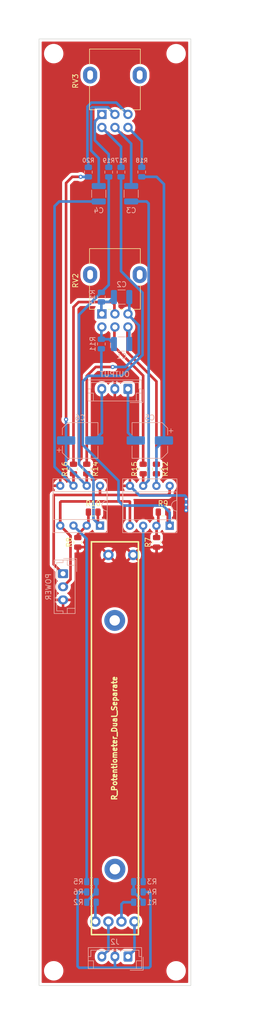
<source format=kicad_pcb>
(kicad_pcb (version 20211014) (generator pcbnew)
  (layers (0 "F.Cu" signal) (31 "B.Cu" signal) (34 "B.Paste" user) (35 "F.Paste" user) (36 "B.SilkS" user "B.Silkscreen") (37 "F.SilkS" user "F.Silkscreen") (38 "B.Mask" user) (39 "F.Mask" user) (44 "Edge.Cuts" user))
  (net 0 "")
  (net 1 "Net-(C1-Pad1)")
  (net 2 "Net-(C1-Pad2)")
  (net 3 "Net-(C2-Pad1)")
  (net 4 "Net-(C2-Pad2)")
  (net 5 "Net-(C3-Pad1)")
  (net 6 "Net-(C3-Pad2)")
  (net 7 "Net-(C4-Pad1)")
  (net 8 "Net-(C4-Pad2)")
  (net 9 "Net-(C5-Pad1)")
  (net 10 "R_OUTPUT")
  (net 11 "Net-(C6-Pad1)")
  (net 12 "L_OUTPUT")
  (net 13 "GND")
  (net 14 "R_INPUT")
  (net 15 "L_INPUT")
  (net 16 "VCC")
  (net 17 "VEE")
  (net 18 "Net-(R1-Pad1)")
  (net 19 "Net-(R1-Pad2)")
  (net 20 "Net-(R2-Pad1)")
  (net 21 "Net-(R2-Pad2)")
  (net 22 "Net-(R3-Pad2)")
  (net 23 "Net-(R5-Pad2)")
  (net 24 "Net-(R7-Pad2)")
  (net 25 "Net-(R10-Pad2)")
  (net 26 "Net-(R11-Pad2)")
  (net 27 "Net-(R10-Pad1)")
  (net 28 "Net-(R15-Pad2)")
  (net 29 "Net-(R16-Pad2)")
  (net 30 "Net-(R17-Pad1)")
  (net 31 "Net-(R18-Pad2)")
  (net 32 "Net-(R19-Pad1)")
  (net 33 "Net-(R20-Pad2)")
  (footprint "Resistor_SMD:R_0805_2012Metric" (layer "F.Cu") (at 111.01 110.432062 90)
    (fp_text reference "R7" (at 0 -1.65 90) (layer "F.SilkS"))
    (fp_text value "10K")
    (fp_line (start -0.227064 0.735) (end 0.227064 0.735) (layer "F.SilkS") (width 0.12))
    (fp_line (start -0.227064 -0.735) (end 0.227064 -0.735) (layer "F.SilkS") (width 0.12))
    (pad "1" smd roundrect locked (at -0.9125 0 90) (size 1.025 1.4) (layers "F.Cu" "F.Paste" "F.Mask") (roundrect_rratio 0.243902) (net 13 "GND"))
    (pad "2" smd roundrect locked (at 0.9125 0 90) (size 1.025 1.4) (layers "F.Cu" "F.Paste" "F.Mask") (roundrect_rratio 0.243902) (net 24 "Net-(R7-Pad2)"))
  )
  (footprint "MountingHole:MountingHole_2.7mm_M2.5" (layer "F.Cu") (at 114.75 192.25)
    (fp_text reference "REF**" hide)
    (fp_text value "MountingHole_2.7mm_M2.5")
    (pad "" np_thru_hole circle locked (at 0 0) (size 2.7 2.7) (drill 2.7) (layers *.Cu *.Mask))
  )
  (footprint "MountingHole:MountingHole_2.7mm_M2.5" (layer "F.Cu") (at 91.3 192.24)
    (fp_text reference "REF**" hide)
    (fp_text value "MountingHole_2.7mm_M2.5")
    (pad "" np_thru_hole circle locked (at 0 0) (size 2.7 2.7) (drill 2.7) (layers *.Cu *.Mask))
  )
  (footprint "MountingHole:MountingHole_2.7mm_M2.5" (layer "F.Cu") (at 91.3 17.12)
    (fp_text reference "REF**" hide)
    (fp_text value "MountingHole_2.7mm_M2.5")
    (pad "" np_thru_hole circle locked (at 0 0) (size 2.7 2.7) (drill 2.7) (layers *.Cu *.Mask))
  )
  (footprint "Resistor_SMD:R_0805_2012Metric" (layer "F.Cu") (at 95.09 96.43 90)
    (fp_text reference "R16" (at 0 -1.65 90) (layer "F.SilkS"))
    (fp_text value "22K")
    (fp_line (start -0.227064 -0.735) (end 0.227064 -0.735) (layer "F.SilkS") (width 0.12))
    (fp_line (start -0.227064 0.735) (end 0.227064 0.735) (layer "F.SilkS") (width 0.12))
    (pad "1" smd roundrect locked (at -0.9125 0 90) (size 1.025 1.4) (layers "F.Cu" "F.Paste" "F.Mask") (roundrect_rratio 0.243902) (net 7 "Net-(C4-Pad1)"))
    (pad "2" smd roundrect locked (at 0.9125 0 90) (size 1.025 1.4) (layers "F.Cu" "F.Paste" "F.Mask") (roundrect_rratio 0.243902) (net 29 "Net-(R16-Pad2)"))
  )
  (footprint "Resistor_SMD:R_0805_2012Metric" (layer "F.Cu") (at 98.86 104.66 180)
    (fp_text reference "R10" (at 0 1.65) (layer "F.SilkS"))
    (fp_text value "10K")
    (fp_line (start -0.227064 0.735) (end 0.227064 0.735) (layer "F.SilkS") (width 0.12))
    (fp_line (start -0.227064 -0.735) (end 0.227064 -0.735) (layer "F.SilkS") (width 0.12))
    (pad "1" smd roundrect locked (at -0.9125 0 180) (size 1.025 1.4) (layers "F.Cu" "F.Paste" "F.Mask") (roundrect_rratio 0.243902) (net 27 "Net-(R10-Pad1)"))
    (pad "2" smd roundrect locked (at 0.9125 0 180) (size 1.025 1.4) (layers "F.Cu" "F.Paste" "F.Mask") (roundrect_rratio 0.243902) (net 25 "Net-(R10-Pad2)"))
  )
  (footprint "Potentiometer_THT:Potentiometer_Alpha_RD902F-40-00D_Dual_Vertical" (layer "F.Cu") (at 100.53 66.815586 90)
    (fp_text reference "RV2" (at 6.35 -5.06 270) (layer "F.SilkS"))
    (fp_text value "R_Potentiometer_Dual_Separate")
    (fp_line (start 0.88 -1.19) (end 0.88 -2.37) (layer "F.SilkS") (width 0.12))
    (fp_line (start 12.47 7.37) (end 12.47 -2.37) (layer "F.SilkS") (width 0.12))
    (fp_line (start 0.88 4.16) (end 0.88 3.33) (layer "F.SilkS") (width 0.12))
    (fp_line (start 0.88 1.71) (end 0.88 1.18) (layer "F.SilkS") (width 0.12))
    (fp_line (start 0.88 -2.37) (end 5.6 -2.37) (layer "F.SilkS") (width 0.12))
    (fp_line (start 9.41 7.37) (end 12.47 7.37) (layer "F.SilkS") (width 0.12))
    (fp_line (start 0.88 7.37) (end 0.88 5.88) (layer "F.SilkS") (width 0.12))
    (fp_line (start 9.41 -2.37) (end 12.47 -2.37) (layer "F.SilkS") (width 0.12))
    (fp_line (start 0.88 7.37) (end 5.6 7.37) (layer "F.SilkS") (width 0.12))
    (pad "" thru_hole oval locked (at 7.5 -2.25 180) (size 2.72 3.24) (drill oval 1.1 1.8) (layers *.Cu *.Mask))
    (pad "" thru_hole oval locked (at 7.5 7.25 180) (size 2.72 3.24) (drill oval 1.1 1.8) (layers *.Cu *.Mask))
    (pad "1" thru_hole rect locked (at 0 0 180) (size 1.8 1.8) (drill 1) (layers *.Cu *.Mask) (net 3 "Net-(C2-Pad1)"))
    (pad "2" thru_hole circle locked (at 0 2.5 180) (size 1.8 1.8) (drill 1) (layers *.Cu *.Mask) (net 29 "Net-(R16-Pad2)"))
    (pad "3" thru_hole circle locked (at 0 5 180) (size 1.8 1.8) (drill 1) (layers *.Cu *.Mask) (net 4 "Net-(C2-Pad2)"))
    (pad "4" thru_hole circle locked (at -2.5 0 180) (size 1.8 1.8) (drill 1) (layers *.Cu *.Mask) (net 1 "Net-(C1-Pad1)"))
    (pad "5" thru_hole circle locked (at -2.5 2.5 180) (size 1.8 1.8) (drill 1) (layers *.Cu *.Mask) (net 28 "Net-(R15-Pad2)"))
    (pad "6" thru_hole circle locked (at -2.5 5 180) (size 1.8 1.8) (drill 1) (layers *.Cu *.Mask) (net 2 "Net-(C1-Pad2)"))
  )
  (footprint "Resistor_SMD:R_0805_2012Metric" (layer "F.Cu") (at 112.25 104.66 180)
    (fp_text reference "R9" (at 0 1.65) (layer "F.SilkS"))
    (fp_text value "10K")
    (fp_line (start -0.227064 0.735) (end 0.227064 0.735) (layer "F.SilkS") (width 0.12))
    (fp_line (start -0.227064 -0.735) (end 0.227064 -0.735) (layer "F.SilkS") (width 0.12))
    (pad "1" smd roundrect locked (at -0.9125 0 180) (size 1.025 1.4) (layers "F.Cu" "F.Paste" "F.Mask") (roundrect_rratio 0.243902) (net 26 "Net-(R11-Pad2)"))
    (pad "2" smd roundrect locked (at 0.9125 0 180) (size 1.025 1.4) (layers "F.Cu" "F.Paste" "F.Mask") (roundrect_rratio 0.243902) (net 24 "Net-(R7-Pad2)"))
  )
  (footprint "Custom Library:ALPS RS60112" (layer "F.Cu") (at 103.03 147.835692)
    (fp_text reference "RV1" hide)
    (fp_text value "R_Potentiometer_Dual_Separate" (at -0.1 0 90 unlocked) (layer "F.SilkS") (effects (font (thickness 0.25))))
    (fp_rect (start -4.5 -37.5) (end 4.5 37.5) (layer "F.SilkS") (width 0.3) (fill none))
    (pad "" thru_hole circle locked (at -0.04 -22.5) (size 4 4) (drill 2) (layers *.Cu *.Mask))
    (pad "" thru_hole circle locked (at 0 25) (size 4 4) (drill 2) (layers *.Cu *.Mask))
    (pad "1" thru_hole circle locked (at -1.25 35) (size 2 2) (drill 1.1) (layers *.Cu *.Mask) (net 15 "L_INPUT"))
    (pad "2" thru_hole circle locked (at -3.75 35) (size 2 2) (drill 1.1) (layers *.Cu *.Mask) (net 20 "Net-(R2-Pad1)"))
    (pad "3" thru_hole circle locked (at -1.25 -35) (size 2 2) (drill 1.1) (layers *.Cu *.Mask) (net 13 "GND"))
    (pad "4" thru_hole circle locked (at 3.75 35) (size 2 2) (drill 1.1) (layers *.Cu *.Mask) (net 14 "R_INPUT"))
    (pad "5" thru_hole circle locked (at 1.25 35) (size 2 2) (drill 1.1) (layers *.Cu *.Mask) (net 18 "Net-(R1-Pad1)"))
    (pad "6" thru_hole circle locked (at 3.5 -35) (size 2 2) (drill 1.1) (layers *.Cu *.Mask) (net 13 "GND"))
  )
  (footprint "Potentiometer_THT:Potentiometer_Alpha_RD902F-40-00D_Dual_Vertical" (layer "F.Cu") (at 100.53 28.715 90)
    (fp_text reference "RV3" (at 6.35 -5.06 270) (layer "F.SilkS"))
    (fp_text value "R_Potentiometer_Dual_Separate")
    (fp_line (start 0.88 1.71) (end 0.88 1.18) (layer "F.SilkS") (width 0.12))
    (fp_line (start 0.88 -1.19) (end 0.88 -2.37) (layer "F.SilkS") (width 0.12))
    (fp_line (start 12.47 7.37) (end 12.47 -2.37) (layer "F.SilkS") (width 0.12))
    (fp_line (start 9.41 7.37) (end 12.47 7.37) (layer "F.SilkS") (width 0.12))
    (fp_line (start 0.88 -2.37) (end 5.6 -2.37) (layer "F.SilkS") (width 0.12))
    (fp_line (start 0.88 7.37) (end 5.6 7.37) (layer "F.SilkS") (width 0.12))
    (fp_line (start 0.88 4.16) (end 0.88 3.33) (layer "F.SilkS") (width 0.12))
    (fp_line (start 9.41 -2.37) (end 12.47 -2.37) (layer "F.SilkS") (width 0.12))
    (fp_line (start 0.88 7.37) (end 0.88 5.88) (layer "F.SilkS") (width 0.12))
    (pad "" thru_hole oval locked (at 7.5 7.25 180) (size 2.72 3.24) (drill oval 1.1 1.8) (layers *.Cu *.Mask))
    (pad "" thru_hole oval locked (at 7.5 -2.25 180) (size 2.72 3.24) (drill oval 1.1 1.8) (layers *.Cu *.Mask))
    (pad "1" thru_hole rect locked (at 0 0 180) (size 1.8 1.8) (drill 1) (layers *.Cu *.Mask) (net 32 "Net-(R19-Pad1)"))
    (pad "2" thru_hole circle locked (at 0 2.5 180) (size 1.8 1.8) (drill 1) (layers *.Cu *.Mask) (net 8 "Net-(C4-Pad2)"))
    (pad "3" thru_hole circle locked (at 0 5 180) (size 1.8 1.8) (drill 1) (layers *.Cu *.Mask) (net 33 "Net-(R20-Pad2)"))
    (pad "4" thru_hole circle locked (at -2.5 0 180) (size 1.8 1.8) (drill 1) (layers *.Cu *.Mask) (net 30 "Net-(R17-Pad1)"))
    (pad "5" thru_hole circle locked (at -2.5 2.5 180) (size 1.8 1.8) (drill 1) (layers *.Cu *.Mask) (net 6 "Net-(C3-Pad2)"))
    (pad "6" thru_hole circle locked (at -2.5 5 180) (size 1.8 1.8) (drill 1) (layers *.Cu *.Mask) (net 31 "Net-(R18-Pad2)"))
  )
  (footprint "Resistor_SMD:R_0805_2012Metric" (layer "F.Cu") (at 95.912621 110.43 90)
    (fp_text reference "R8" (at 0 -1.65 90) (layer "F.SilkS"))
    (fp_text value "10K")
    (fp_line (start -0.227064 0.735) (end 0.227064 0.735) (layer "F.SilkS") (width 0.12))
    (fp_line (start -0.227064 -0.735) (end 0.227064 -0.735) (layer "F.SilkS") (width 0.12))
    (pad "1" smd roundrect locked (at -0.9125 0 90) (size 1.025 1.4) (layers "F.Cu" "F.Paste" "F.Mask") (roundrect_rratio 0.243902) (net 13 "GND"))
    (pad "2" smd roundrect locked (at 0.9125 0 90) (size 1.025 1.4) (layers "F.Cu" "F.Paste" "F.Mask") (roundrect_rratio 0.243902) (net 25 "Net-(R10-Pad2)"))
  )
  (footprint "Resistor_SMD:R_0805_2012Metric" (layer "F.Cu") (at 108.44 96.43 90)
    (fp_text reference "R15" (at 0 -1.65 90) (layer "F.SilkS"))
    (fp_text value "22K")
    (fp_line (start -0.227064 0.735) (end 0.227064 0.735) (layer "F.SilkS") (width 0.12))
    (fp_line (start -0.227064 -0.735) (end 0.227064 -0.735) (layer "F.SilkS") (width 0.12))
    (pad "1" smd roundrect locked (at -0.9125 0 90) (size 1.025 1.4) (layers "F.Cu" "F.Paste" "F.Mask") (roundrect_rratio 0.243902) (net 5 "Net-(C3-Pad1)"))
    (pad "2" smd roundrect locked (at 0.9125 0 90) (size 1.025 1.4) (layers "F.Cu" "F.Paste" "F.Mask") (roundrect_rratio 0.243902) (net 28 "Net-(R15-Pad2)"))
  )
  (footprint "MountingHole:MountingHole_2.7mm_M2.5" (layer "F.Cu") (at 114.75 17.13)
    (fp_text reference "REF**" hide)
    (fp_text value "MountingHole_2.7mm_M2.5")
    (pad "" np_thru_hole circle locked (at 0 0) (size 2.7 2.7) (drill 2.7) (layers *.Cu *.Mask))
  )
  (footprint "Resistor_SMD:R_0805_2012Metric" (layer "F.Cu") (at 110.98 96.43 90)
    (fp_text reference "R12" (at 0 1.65 90) (layer "F.SilkS"))
    (fp_text value "22K")
    (fp_line (start -0.227064 0.735) (end 0.227064 0.735) (layer "F.SilkS") (width 0.12))
    (fp_line (start -0.227064 -0.735) (end 0.227064 -0.735) (layer "F.SilkS") (width 0.12))
    (pad "1" smd roundrect locked (at -0.9125 0 90) (size 1.025 1.4) (layers "F.Cu" "F.Paste" "F.Mask") (roundrect_rratio 0.243902) (net 9 "Net-(C5-Pad1)"))
    (pad "2" smd roundrect locked (at 0.9125 0 90) (size 1.025 1.4) (layers "F.Cu" "F.Paste" "F.Mask") (roundrect_rratio 0.243902) (net 2 "Net-(C1-Pad2)"))
  )
  (footprint "Resistor_SMD:R_0805_2012Metric" (layer "F.Cu") (at 97.63 96.4275 90)
    (fp_text reference "R14" (at 0 1.64 90) (layer "F.SilkS"))
    (fp_text value "22K")
    (fp_line (start -0.227064 0.735) (end 0.227064 0.735) (layer "F.SilkS") (width 0.12))
    (fp_line (start -0.227064 -0.735) (end 0.227064 -0.735) (layer "F.SilkS") (width 0.12))
    (pad "1" smd roundrect locked (at -0.9125 0 90) (size 1.025 1.4) (layers "F.Cu" "F.Paste" "F.Mask") (roundrect_rratio 0.243902) (net 11 "Net-(C6-Pad1)"))
    (pad "2" smd roundrect locked (at 0.9125 0 90) (size 1.025 1.4) (layers "F.Cu" "F.Paste" "F.Mask") (roundrect_rratio 0.243902) (net 4 "Net-(C2-Pad2)"))
  )
  (footprint "Package_DIP:DIP-8_W7.62mm_Socket" (layer "B.Cu") (at 100.17 107.24 90)
    (fp_text reference "U2" hide)
    (fp_text value "NE5532")
    (fp_line (start 1.16 -8.95) (end 6.46 -8.95) (layer "B.SilkS") (width 0.12))
    (fp_line (start 6.46 -8.95) (end 6.46 1.33) (layer "B.SilkS") (width 0.12))
    (fp_line (start 6.46 1.33) (end 4.81 1.33) (layer "B.SilkS") (width 0.12))
    (fp_line (start 8.95 -9.01) (end 8.95 1.39) (layer "B.SilkS") (width 0.12))
    (fp_line (start 1.16 1.33) (end 1.16 -8.95) (layer "B.SilkS") (width 0.12))
    (fp_line (start -1.33 1.39) (end -1.33 -9.01) (layer "B.SilkS") (width 0.12))
    (fp_line (start -1.33 -9.01) (end 8.95 -9.01) (layer "B.SilkS") (width 0.12))
    (fp_line (start 8.95 1.39) (end -1.33 1.39) (layer "B.SilkS") (width 0.12))
    (fp_line (start 2.81 1.33) (end 1.16 1.33) (layer "B.SilkS") (width 0.12))
    (fp_arc (start 2.81 1.33) (mid 3.81 0.33) (end 4.81 1.33) (layer "B.SilkS") (width 0.12))
    (pad "1" thru_hole rect locked (at 0 0 90) (size 1.6 1.6) (drill 0.8) (layers *.Cu *.Mask) (net 27 "Net-(R10-Pad1)"))
    (pad "2" thru_hole oval locked (at 0 -2.54 90) (size 1.6 1.6) (drill 0.8) (layers *.Cu *.Mask) (net 25 "Net-(R10-Pad2)"))
    (pad "3" thru_hole oval locked (at 0 -5.08 90) (size 1.6 1.6) (drill 0.8) (layers *.Cu *.Mask) (net 23 "Net-(R5-Pad2)"))
    (pad "4" thru_hole oval locked (at 0 -7.62 90) (size 1.6 1.6) (drill 0.8) (layers *.Cu *.Mask) (net 17 "VEE"))
    (pad "5" thru_hole oval locked (at 7.62 -7.62 90) (size 1.6 1.6) (drill 0.8) (layers *.Cu *.Mask) (net 13 "GND"))
    (pad "6" thru_hole oval locked (at 7.62 -5.08 90) (size 1.6 1.6) (drill 0.8) (layers *.Cu *.Mask) (net 7 "Net-(C4-Pad1)"))
    (pad "7" thru_hole oval locked (at 7.62 -2.54 90) (size 1.6 1.6) (drill 0.8) (layers *.Cu *.Mask) (net 11 "Net-(C6-Pad1)"))
    (pad "8" thru_hole oval locked (at 7.62 0 90) (size 1.6 1.6) (drill 0.8) (layers *.Cu *.Mask) (net 16 "VCC"))
  )
  (footprint "Resistor_SMD:R_0805_2012Metric" (layer "B.Cu") (at 107.53 175.22)
    (fp_text reference "R3" (at 2.595657 0) (layer "B.SilkS") (effects (justify mirror)))
    (fp_text value "2K2")
    (fp_line (start -0.227064 -0.735) (end 0.227064 -0.735) (layer "B.SilkS") (width 0.12))
    (fp_line (start -0.227064 0.735) (end 0.227064 0.735) (layer "B.SilkS") (width 0.12))
    (pad "1" smd roundrect locked (at -0.9125 0) (size 1.025 1.4) (layers "B.Cu" "B.Paste" "B.Mask") (roundrect_rratio 0.243902) (net 19 "Net-(R1-Pad2)"))
    (pad "2" smd roundrect locked (at 0.9125 0) (size 1.025 1.4) (layers "B.Cu" "B.Paste" "B.Mask") (roundrect_rratio 0.243902) (net 22 "Net-(R3-Pad2)"))
  )
  (footprint "Capacitor_SMD:C_1210_3225Metric" (layer "B.Cu") (at 104.308946 72.564381)
    (fp_text reference "C1" (at 0 2.3) (layer "B.SilkS") (effects (justify mirror)))
    (fp_text value "47N")
    (fp_line (start -0.711252 1.36) (end 0.711252 1.36) (layer "B.SilkS") (width 0.12))
    (fp_line (start -0.711252 -1.36) (end 0.711252 -1.36) (layer "B.SilkS") (width 0.12))
    (pad "1" smd roundrect locked (at -1.475 0) (size 1.15 2.7) (layers "B.Cu" "B.Paste" "B.Mask") (roundrect_rratio 0.217391) (net 1 "Net-(C1-Pad1)"))
    (pad "2" smd roundrect locked (at 1.475 0) (size 1.15 2.7) (layers "B.Cu" "B.Paste" "B.Mask") (roundrect_rratio 0.217391) (net 2 "Net-(C1-Pad2)"))
  )
  (footprint "Connector_JST:JST_EH_B3B-EH-A_1x03_P2.50mm_Vertical" (layer "B.Cu") (at 105.53 189.52 180)
    (fp_text reference "J2" (at 2.5 2.8) (layer "B.SilkS") (effects (justify mirror)))
    (fp_text value "INPUT")
    (fp_line (start -2.61 1.71) (end -2.61 -2.31) (layer "B.SilkS") (width 0.12))
    (fp_line (start 7.11 1.21) (end 7.11 0) (layer "B.SilkS") (width 0.12))
    (fp_line (start -2.11 1.21) (end 7.11 1.21) (layer "B.SilkS") (width 0.12))
    (fp_line (start -2.61 -2.31) (end 7.61 -2.31) (layer "B.SilkS") (width 0.12))
    (fp_line (start 7.61 1.71) (end -2.61 1.71) (layer "B.SilkS") (width 0.12))
    (fp_line (start 6.61 -0.81) (end 6.61 -2.31) (layer "B.SilkS") (width 0.12))
    (fp_line (start -2.61 -0.81) (end -1.61 -0.81) (layer "B.SilkS") (width 0.12))
    (fp_line (start -1.61 -0.81) (end -1.61 -2.31) (layer "B.SilkS") (width 0.12))
    (fp_line (start -2.61 0) (end -2.11 0) (layer "B.SilkS") (width 0.12))
    (fp_line (start -2.11 0) (end -2.11 1.21) (layer "B.SilkS") (width 0.12))
    (fp_line (start 7.61 -0.81) (end 6.61 -0.81) (layer "B.SilkS") (width 0.12))
    (fp_line (start 7.61 -2.31) (end 7.61 1.71) (layer "B.SilkS") (width 0.12))
    (fp_line (start -2.91 -0.11) (end -2.91 -2.61) (layer "B.SilkS") (width 0.12))
    (fp_line (start -2.91 -2.61) (end -0.41 -2.61) (layer "B.SilkS") (width 0.12))
    (fp_line (start 7.11 0) (end 7.61 0) (layer "B.SilkS") (width 0.12))
    (pad "1" thru_hole roundrect locked (at 0 0 180) (size 1.7 1.95) (drill 0.95) (layers *.Cu *.Mask) (roundrect_rratio 0.147059) (net 14 "R_INPUT"))
    (pad "2" thru_hole oval locked (at 2.5 0 180) (size 1.7 1.95) (drill 0.95) (layers *.Cu *.Mask) (net 13 "GND"))
    (pad "3" thru_hole oval locked (at 5 0 180) (size 1.7 1.95) (drill 0.95) (layers *.Cu *.Mask) (net 15 "L_INPUT"))
  )
  (footprint "Capacitor_SMD:C_1210_3225Metric" (layer "B.Cu") (at 106.14 43.87 90)
    (fp_text reference "C3" (at -3.19 0 180) (layer "B.SilkS") (effects (justify mirror)))
    (fp_text value "1N")
    (fp_line (start -0.711252 -1.36) (end 0.711252 -1.36) (layer "B.SilkS") (width 0.12))
    (fp_line (start -0.711252 1.36) (end 0.711252 1.36) (layer "B.SilkS") (width 0.12))
    (pad "1" smd roundrect locked (at -1.475 0 90) (size 1.15 2.7) (layers "B.Cu" "B.Paste" "B.Mask") (roundrect_rratio 0.217391) (net 5 "Net-(C3-Pad1)"))
    (pad "2" smd roundrect locked (at 1.475 0 90) (size 1.15 2.7) (layers "B.Cu" "B.Paste" "B.Mask") (roundrect_rratio 0.217391) (net 6 "Net-(C3-Pad2)"))
  )
  (footprint "Capacitor_SMD:C_1210_3225Metric" (layer "B.Cu") (at 104.308946 63.6)
    (fp_text reference "C2" (at 0 -2.411372) (layer "B.SilkS") (effects (justify mirror)))
    (fp_text value "47N")
    (fp_line (start -0.711252 -1.36) (end 0.711252 -1.36) (layer "B.SilkS") (width 0.12))
    (fp_line (start -0.711252 1.36) (end 0.711252 1.36) (layer "B.SilkS") (width 0.12))
    (pad "1" smd roundrect locked (at -1.475 0) (size 1.15 2.7) (layers "B.Cu" "B.Paste" "B.Mask") (roundrect_rratio 0.217391) (net 3 "Net-(C2-Pad1)"))
    (pad "2" smd roundrect locked (at 1.475 0) (size 1.15 2.7) (layers "B.Cu" "B.Paste" "B.Mask") (roundrect_rratio 0.217391) (net 4 "Net-(C2-Pad2)"))
  )
  (footprint "Resistor_SMD:R_0805_2012Metric" (layer "B.Cu") (at 101.84 39.74 -90)
    (fp_text reference "R19" (at -2.203098 0) (layer "B.SilkS") (effects (font (size 0.8 0.8)) (justify mirror)))
    (fp_text value "10K")
    (fp_line (start -0.227064 0.735) (end 0.227064 0.735) (layer "B.SilkS") (width 0.12))
    (fp_line (start -0.227064 -0.735) (end 0.227064 -0.735) (layer "B.SilkS") (width 0.12))
    (pad "1" smd roundrect locked (at -0.9125 0 270) (size 1.025 1.4) (layers "B.Cu" "B.Paste" "B.Mask") (roundrect_rratio 0.243902) (net 32 "Net-(R19-Pad1)"))
    (pad "2" smd roundrect locked (at 0.9125 0 270) (size 1.025 1.4) (layers "B.Cu" "B.Paste" "B.Mask") (roundrect_rratio 0.243902) (net 27 "Net-(R10-Pad1)"))
  )
  (footprint "Connector_JST:JST_EH_B3B-EH-A_1x03_P2.50mm_Vertical" (layer "B.Cu") (at 93.09 116.42 -90)
    (fp_text reference "POWER" (at 2.5 2.8 -270) (layer "B.SilkS") (effects (justify mirror)))
    (fp_text value "POWER")
    (fp_line (start -2.11 0) (end -2.11 1.21) (layer "B.SilkS") (width 0.12))
    (fp_line (start 7.61 -2.31) (end 7.61 1.71) (layer "B.SilkS") (width 0.12))
    (fp_line (start 6.61 -0.81) (end 6.61 -2.31) (layer "B.SilkS") (width 0.12))
    (fp_line (start -2.11 1.21) (end 7.11 1.21) (layer "B.SilkS") (width 0.12))
    (fp_line (start -2.91 -2.61) (end -0.41 -2.61) (layer "B.SilkS") (width 0.12))
    (fp_line (start -2.61 -0.81) (end -1.61 -0.81) (layer "B.SilkS") (width 0.12))
    (fp_line (start 7.61 -0.81) (end 6.61 -0.81) (layer "B.SilkS") (width 0.12))
    (fp_line (start -2.61 -2.31) (end 7.61 -2.31) (layer "B.SilkS") (width 0.12))
    (fp_line (start 7.11 1.21) (end 7.11 0) (layer "B.SilkS") (width 0.12))
    (fp_line (start -2.61 0) (end -2.11 0) (layer "B.SilkS") (width 0.12))
    (fp_line (start -2.91 -0.11) (end -2.91 -2.61) (layer "B.SilkS") (width 0.12))
    (fp_line (start 7.11 0) (end 7.61 0) (layer "B.SilkS") (width 0.12))
    (fp_line (start -1.61 -0.81) (end -1.61 -2.31) (layer "B.SilkS") (width 0.12))
    (fp_line (start -2.61 1.71) (end -2.61 -2.31) (layer "B.SilkS") (width 0.12))
    (fp_line (start 7.61 1.71) (end -2.61 1.71) (layer "B.SilkS") (width 0.12))
    (pad "1" thru_hole roundrect locked (at 0 0 270) (size 1.7 1.95) (drill 0.95) (layers *.Cu *.Mask) (roundrect_rratio 0.147059) (net 16 "VCC"))
    (pad "2" thru_hole oval locked (at 2.5 0 270) (size 1.7 1.95) (drill 0.95) (layers *.Cu *.Mask) (net 17 "VEE"))
    (pad "3" thru_hole oval locked (at 5 0 270) (size 1.7 1.95) (drill 0.95) (layers *.Cu *.Mask) (net 13 "GND"))
  )
  (footprint "Resistor_SMD:R_0805_2012Metric" (layer "B.Cu") (at 100.43 72.564381 -90)
    (fp_text reference "R11" (at 0 1.65 90) (layer "B.SilkS") (effects (justify mirror)))
    (fp_text value "22K")
    (fp_line (start -0.227064 -0.735) (end 0.227064 -0.735) (layer "B.SilkS") (width 0.12))
    (fp_line (start -0.227064 0.735) (end 0.227064 0.735) (layer "B.SilkS") (width 0.12))
    (pad "1" smd roundrect locked (at -0.9125 0 270) (size 1.025 1.4) (layers "B.Cu" "B.Paste" "B.Mask") (roundrect_rratio 0.243902) (net 1 "Net-(C1-Pad1)"))
    (pad "2" smd roundrect locked (at 0.9125 0 270) (size 1.025 1.4) (layers "B.Cu" "B.Paste" "B.Mask") (roundrect_rratio 0.243902) (net 26 "Net-(R11-Pad2)"))
  )
  (footprint "Resistor_SMD:R_0805_2012Metric" (layer "B.Cu") (at 98.53 175.22 180)
    (fp_text reference "R5" (at 2.510892 0) (layer "B.SilkS") (effects (justify mirror)))
    (fp_text value "2K2")
    (fp_line (start -0.227064 -0.735) (end 0.227064 -0.735) (layer "B.SilkS") (width 0.12))
    (fp_line (start -0.227064 0.735) (end 0.227064 0.735) (layer "B.SilkS") (width 0.12))
    (pad "1" smd roundrect locked (at -0.9125 0 180) (size 1.025 1.4) (layers "B.Cu" "B.Paste" "B.Mask") (roundrect_rratio 0.243902) (net 21 "Net-(R2-Pad2)"))
    (pad "2" smd roundrect locked (at 0.9125 0 180) (size 1.025 1.4) (layers "B.Cu" "B.Paste" "B.Mask") (roundrect_rratio 0.243902) (net 23 "Net-(R5-Pad2)"))
  )
  (footprint "Resistor_SMD:R_0805_2012Metric" (layer "B.Cu") (at 100.43 63.61 90)
    (fp_text reference "R13" (at 0.01 -1.759573 90) (layer "B.SilkS") (effects (justify mirror)))
    (fp_text value "22K")
    (fp_line (start -0.227064 0.735) (end 0.227064 0.735) (layer "B.SilkS") (width 0.12))
    (fp_line (start -0.227064 -0.735) (end 0.227064 -0.735) (layer "B.SilkS") (width 0.12))
    (pad "1" smd roundrect locked (at -0.9125 0 90) (size 1.025 1.4) (layers "B.Cu" "B.Paste" "B.Mask") (roundrect_rratio 0.243902) (net 3 "Net-(C2-Pad1)"))
    (pad "2" smd roundrect locked (at 0.9125 0 90) (size 1.025 1.4) (layers "B.Cu" "B.Paste" "B.Mask") (roundrect_rratio 0.243902) (net 27 "Net-(R10-Pad1)"))
  )
  (footprint "Resistor_SMD:R_0805_2012Metric" (layer "B.Cu") (at 97.941 39.74 90)
    (fp_text reference "R20" (at 2.24 -0.011 180) (layer "B.SilkS") (effects (font (size 0.8 0.8)) (justify mirror)))
    (fp_text value "10K")
    (fp_line (start -0.227064 0.735) (end 0.227064 0.735) (layer "B.SilkS") (width 0.12))
    (fp_line (start -0.227064 -0.735) (end 0.227064 -0.735) (layer "B.SilkS") (width 0.12))
    (pad "1" smd roundrect locked (at -0.9125 0 90) (size 1.025 1.4) (layers "B.Cu" "B.Paste" "B.Mask") (roundrect_rratio 0.243902) (net 11 "Net-(C6-Pad1)"))
    (pad "2" smd roundrect locked (at 0.9125 0 90) (size 1.025 1.4) (layers "B.Cu" "B.Paste" "B.Mask") (roundrect_rratio 0.243902) (net 33 "Net-(R20-Pad2)"))
  )
  (footprint "Resistor_SMD:R_0805_2012Metric" (layer "B.Cu") (at 104.2 39.74 -90)
    (fp_text reference "R17" (at -2.223098 0 -180) (layer "B.SilkS") (effects (font (size 0.8 0.8)) (justify mirror)))
    (fp_text value "10K")
    (fp_line (start -0.227064 0.735) (end 0.227064 0.735) (layer "B.SilkS") (width 0.12))
    (fp_line (start -0.227064 -0.735) (end 0.227064 -0.735) (layer "B.SilkS") (width 0.12))
    (pad "1" smd roundrect locked (at -0.9125 0 270) (size 1.025 1.4) (layers "B.Cu" "B.Paste" "B.Mask") (roundrect_rratio 0.243902) (net 30 "Net-(R17-Pad1)"))
    (pad "2" smd roundrect locked (at 0.9125 0 270) (size 1.025 1.4) (layers "B.Cu" "B.Paste" "B.Mask") (roundrect_rratio 0.243902) (net 26 "Net-(R11-Pad2)"))
  )
  (footprint "Capacitor_SMD:CP_Elec_6.3x5.4_Nichicon" (layer "B.Cu") (at 96.37 90.98)
    (fp_text reference "C6" (at 0 -4.35) (layer "B.SilkS") (effects (justify mirror)))
    (fp_text value "10uf")
    (fp_line (start -2.345563 -3.41) (end 3.41 -3.41) (layer "B.SilkS") (width 0.12))
    (fp_line (start -3.41 -2.345563) (end -2.345563 -3.41) (layer "B.SilkS") (width 0.12))
    (fp_line (start -2.345563 3.41) (end 3.41 3.41) (layer "B.SilkS") (width 0.12))
    (fp_line (start 3.41 3.41) (end 3.41 1.06) (layer "B.SilkS") (width 0.12))
    (fp_line (start -3.41 -2.345563) (end -3.41 -1.06) (layer "B.SilkS") (width 0.12))
    (fp_line (start -3.41 2.345563) (end -3.41 1.06) (layer "B.SilkS") (width 0.12))
    (fp_line (start 3.41 -3.41) (end 3.41 -1.06) (layer "B.SilkS") (width 0.12))
    (fp_line (start -4.4375 1.8475) (end -3.65 1.8475) (layer "B.SilkS") (width 0.12))
    (fp_line (start -4.04375 2.24125) (end -4.04375 1.45375) (layer "B.SilkS") (width 0.12))
    (fp_line (start -3.41 2.345563) (end -2.345563 3.41) (layer "B.SilkS") (width 0.12))
    (pad "1" smd roundrect locked (at -2.7 0) (size 3.5 1.6) (layers "B.Cu" "B.Paste" "B.Mask") (roundrect_rratio 0.15625) (net 11 "Net-(C6-Pad1)"))
    (pad "2" smd roundrect locked (at 2.7 0) (size 3.5 1.6) (layers "B.Cu" "B.Paste" "B.Mask") (roundrect_rratio 0.15625) (net 12 "L_OUTPUT"))
  )
  (footprint "Capacitor_SMD:CP_Elec_6.3x5.4_Nichicon" (layer "B.Cu") (at 109.72 90.98 180)
    (fp_text reference "C5" (at 0 4.35) (layer "B.SilkS") (effects (justify mirror)))
    (fp_text value "10uf")
    (fp_line (start -3.41 2.345563) (end -3.41 1.06) (layer "B.SilkS") (width 0.12))
    (fp_line (start -2.345563 -3.41) (end 3.41 -3.41) (layer "B.SilkS") (width 0.12))
    (fp_line (start -2.345563 3.41) (end 3.41 3.41) (layer "B.SilkS") (width 0.12))
    (fp_line (start -3.41 2.345563) (end -2.345563 3.41) (layer "B.SilkS") (width 0.12))
    (fp_line (start 3.41 -3.41) (end 3.41 -1.06) (layer "B.SilkS") (width 0.12))
    (fp_line (start -4.4375 1.8475) (end -3.65 1.8475) (layer "B.SilkS") (width 0.12))
    (fp_line (start -4.04375 2.24125) (end -4.04375 1.45375) (layer "B.SilkS") (width 0.12))
    (fp_line (start -3.41 -2.345563) (end -2.345563 -3.41) (layer "B.SilkS") (width 0.12))
    (fp_line (start 3.41 3.41) (end 3.41 1.06) (layer "B.SilkS") (width 0.12))
    (fp_line (start -3.41 -2.345563) (end -3.41 -1.06) (layer "B.SilkS") (width 0.12))
    (pad "1" smd roundrect locked (at -2.7 0 180) (size 3.5 1.6) (layers "B.Cu" "B.Paste" "B.Mask") (roundrect_rratio 0.15625) (net 9 "Net-(C5-Pad1)"))
    (pad "2" smd roundrect locked (at 2.7 0 180) (size 3.5 1.6) (layers "B.Cu" "B.Paste" "B.Mask") (roundrect_rratio 0.15625) (net 10 "R_OUTPUT"))
  )
  (footprint "Connector_JST:JST_EH_B3B-EH-A_1x03_P2.50mm_Vertical" (layer "B.Cu") (at 105.51 81.13187 180)
    (fp_text reference "OUTPUT" (at 2.5 2.8) (layer "B.SilkS") (effects (justify mirror)))
    (fp_text value "OUTPUT")
    (fp_line (start -2.61 -2.31) (end 7.61 -2.31) (layer "B.SilkS") (width 0.12))
    (fp_line (start -2.91 -2.61) (end -0.41 -2.61) (layer "B.SilkS") (width 0.12))
    (fp_line (start -2.91 -0.11) (end -2.91 -2.61) (layer "B.SilkS") (width 0.12))
    (fp_line (start 7.61 -2.31) (end 7.61 1.71) (layer "B.SilkS") (width 0.12))
    (fp_line (start 7.61 -0.81) (end 6.61 -0.81) (layer "B.SilkS") (width 0.12))
    (fp_line (start 6.61 -0.81) (end 6.61 -2.31) (layer "B.SilkS") (width 0.12))
    (fp_line (start -2.61 1.71) (end -2.61 -2.31) (layer "B.SilkS") (width 0.12))
    (fp_line (start -1.61 -0.81) (end -1.61 -2.31) (layer "B.SilkS") (width 0.12))
    (fp_line (start 7.11 0) (end 7.61 0) (layer "B.SilkS") (width 0.12))
    (fp_line (start -2.61 -0.81) (end -1.61 -0.81) (layer "B.SilkS") (width 0.12))
    (fp_line (start 7.61 1.71) (end -2.61 1.71) (layer "B.SilkS") (width 0.12))
    (fp_line (start 7.11 1.21) (end 7.11 0) (layer "B.SilkS") (width 0.12))
    (fp_line (start -2.11 0) (end -2.11 1.21) (layer "B.SilkS") (width 0.12))
    (fp_line (start -2.61 0) (end -2.11 0) (layer "B.SilkS") (width 0.12))
    (fp_line (start -2.11 1.21) (end 7.11 1.21) (layer "B.SilkS") (width 0.12))
    (pad "1" thru_hole roundrect locked (at 0 0 180) (size 1.7 1.95) (drill 0.95) (layers *.Cu *.Mask) (roundrect_rratio 0.147059) (net 10 "R_OUTPUT"))
    (pad "2" thru_hole oval locked (at 2.5 0 180) (size 1.7 1.95) (drill 0.95) (layers *.Cu *.Mask) (net 13 "GND"))
    (pad "3" thru_hole oval locked (at 5 0 180) (size 1.7 1.95) (drill 0.95) (layers *.Cu *.Mask) (net 12 "L_OUTPUT"))
  )
  (footprint "Capacitor_SMD:C_1210_3225Metric" (layer "B.Cu") (at 99.93 43.88 90)
    (fp_text reference "C4" (at -3.19 0 180) (layer "B.SilkS") (effects (justify mirror)))
    (fp_text value "1N")
    (fp_line (start -0.711252 1.36) (end 0.711252 1.36) (layer "B.SilkS") (width 0.12))
    (fp_line (start -0.711252 -1.36) (end 0.711252 -1.36) (layer "B.SilkS") (width 0.12))
    (pad "1" smd roundrect locked (at -1.475 0 90) (size 1.15 2.7) (layers "B.Cu" "B.Paste" "B.Mask") (roundrect_rratio 0.217391) (net 7 "Net-(C4-Pad1)"))
    (pad "2" smd roundrect locked (at 1.475 0 90) (size 1.15 2.7) (layers "B.Cu" "B.Paste" "B.Mask") (roundrect_rratio 0.217391) (net 8 "Net-(C4-Pad2)"))
  )
  (footprint "Resistor_SMD:R_0805_2012Metric" (layer "B.Cu") (at 107.53 179.15)
    (fp_text reference "R1" (at 2.595657 0) (layer "B.SilkS") (effects (justify mirror)))
    (fp_text value "2K2")
    (fp_line (start -0.227064 0.735) (end 0.227064 0.735) (layer "B.SilkS") (width 0.12))
    (fp_line (start -0.227064 -0.735) (end 0.227064 -0.735) (layer "B.SilkS") (width 0.12))
    (pad "1" smd roundrect locked (at -0.9125 0) (size 1.025 1.4) (layers "B.Cu" "B.Paste" "B.Mask") (roundrect_rratio 0.243902) (net 18 "Net-(R1-Pad1)"))
    (pad "2" smd roundrect locked (at 0.9125 0) (size 1.025 1.4) (layers "B.Cu" "B.Paste" "B.Mask") (roundrect_rratio 0.243902) (net 19 "Net-(R1-Pad2)"))
  )
  (footprint "Resistor_SMD:R_0805_2012Metric" (layer "B.Cu") (at 98.53 179.15 180)
    (fp_text reference "R2" (at 2.510892 0) (layer "B.SilkS") (effects (justify mirror)))
    (fp_text value "2K2")
    (fp_line (start -0.227064 0.735) (end 0.227064 0.735) (layer "B.SilkS") (width 0.12))
    (fp_line (start -0.227064 -0.735) (end 0.227064 -0.735) (layer "B.SilkS") (width 0.12))
    (pad "1" smd roundrect locked (at -0.9125 0 180) (size 1.025 1.4) (layers "B.Cu" "B.Paste" "B.Mask") (roundrect_rratio 0.243902) (net 20 "Net-(R2-Pad1)"))
    (pad "2" smd roundrect locked (at 0.9125 0 180) (size 1.025 1.4) (layers "B.Cu" "B.Paste" "B.Mask") (roundrect_rratio 0.243902) (net 21 "Net-(R2-Pad2)"))
  )
  (footprint "Resistor_SMD:R_0805_2012Metric" (layer "B.Cu") (at 108.164552 39.73 90)
    (fp_text reference "R18" (at 2.213098 0 180) (layer "B.SilkS") (effects (font (size 0.8 0.8)) (justify mirror)))
    (fp_text value "10K")
    (fp_line (start -0.227064 -0.735) (end 0.227064 -0.735) (layer "B.SilkS") (width 0.12))
    (fp_line (start -0.227064 0.735) (end 0.227064 0.735) (layer "B.SilkS") (width 0.12))
    (pad "1" smd roundrect locked (at -0.9125 0 90) (size 1.025 1.4) (layers "B.Cu" "B.Paste" "B.Mask") (roundrect_rratio 0.243902) (net 9 "Net-(C5-Pad1)"))
    (pad "2" smd roundrect locked (at 0.9125 0 90) (size 1.025 1.4) (layers "B.Cu" "B.Paste" "B.Mask") (roundrect_rratio 0.243902) (net 31 "Net-(R18-Pad2)"))
  )
  (footprint "Resistor_SMD:R_0805_2012Metric" (layer "B.Cu") (at 107.53 177.185 180)
    (fp_text reference "R4" (at -2.595657 0) (layer "B.SilkS") (effects (justify mirror)))
    (fp_text value "100K")
    (fp_line (start -0.227064 0.735) (end 0.227064 0.735) (layer "B.SilkS") (width 0.12))
    (fp_line (start -0.227064 -0.735) (end 0.227064 -0.735) (layer "B.SilkS") (width 0.12))
    (pad "1" smd roundrect locked (at -0.9125 0 180) (size 1.025 1.4) (layers "B.Cu" "B.Paste" "B.Mask") (roundrect_rratio 0.243902) (net 13 "GND"))
    (pad "2" smd roundrect locked (at 0.9125 0 180) (size 1.025 1.4) (layers "B.Cu" "B.Paste" "B.Mask") (roundrect_rratio 0.243902) (net 19 "Net-(R1-Pad2)"))
  )
  (footprint "Package_DIP:DIP-8_W7.62mm_Socket" (layer "B.Cu") (at 113.52 107.26 90)
    (fp_text reference "U1" hide)
    (fp_text value "NE5532")
    (fp_line (start 6.46 -8.95) (end 6.46 1.33) (layer "B.SilkS") (width 0.12))
    (fp_line (start -1.33 1.39) (end -1.33 -9.01) (layer "B.SilkS") (width 0.12))
    (fp_line (start -1.33 -9.01) (end 8.95 -9.01) (layer "B.SilkS") (width 0.12))
    (fp_line (start 1.16 -8.95) (end 6.46 -8.95) (layer "B.SilkS") (width 0.12))
    (fp_line (start 8.95 1.39) (end -1.33 1.39) (layer "B.SilkS") (width 0.12))
    (fp_line (start 2.81 1.33) (end 1.16 1.33) (layer "B.SilkS") (width 0.12))
    (fp_line (start 1.16 1.33) (end 1.16 -8.95) (layer "B.SilkS") (width 0.12))
    (fp_line (start 6.46 1.33) (end 4.81 1.33) (layer "B.SilkS") (width 0.12))
    (fp_line (start 8.95 -9.01) (end 8.95 1.39) (layer "B.SilkS") (width 0.12))
    (fp_arc (start 2.81 1.33) (mid 3.81 0.33) (end 4.81 1.33) (layer "B.SilkS") (width 0.12))
    (pad "1" thru_hole rect locked (at 0 0 90) (size 1.6 1.6) (drill 0.8) (layers *.Cu *.Mask) (net 26 "Net-(R11-Pad2)"))
    (pad "2" thru_hole oval locked (at 0 -2.54 90) (size 1.6 1.6) (drill 0.8) (layers *.Cu *.Mask) (net 24 "Net-(R7-Pad2)"))
    (pad "3" thru_hole oval locked (at 0 -5.08 90) (size 1.6 1.6) (drill 0.8) (layers *.Cu *.Mask) (net 22 "Net-(R3-Pad2)"))
    (pad "4" thru_hole oval locked (at 0 -7.62 90) (size 1.6 1.6) (drill 0.8) (layers *.Cu *.Mask) (net 17 "VEE"))
    (pad "5" thru_hole oval locked (at 7.62 -7.62 90) (size 1.6 1.6) (drill 0.8) (layers *.Cu *.Mask) (net 13 "GND"))
    (pad "6" thru_hole oval locked (at 7.62 -5.08 90) (size 1.6 1.6) (drill 0.8) (layers *.Cu *.Mask) (net 5 "Net-(C3-Pad1)"))
    (pad "7" thru_hole oval locked (at 7.62 -2.54 90) (size 1.6 1.6) (drill 0.8) (layers *.Cu *.Mask) (net 9 "Net-(C5-Pad1)"))
    (pad "8" thru_hole oval locked (at 7.62 0 90) (size 1.6 1.6) (drill 0.8) (layers *.Cu *.Mask) (net 16 "VCC"))
  )
  (footprint "Resistor_SMD:R_0805_2012Metric" (layer "B.Cu") (at 98.53 177.185)
    (fp_text reference "R6" (at -2.510892 0) (layer "B.SilkS") (effects (justify mirror)))
    (fp_text value "100K")
    (fp_line (start -0.227064 -0.735) (end 0.227064 -0.735) (layer "B.SilkS") (width 0.12))
    (fp_line (start -0.227064 0.735) (end 0.227064 0.735) (layer "B.SilkS") (width 0.12))
    (pad "1" smd roundrect locked (at -0.9125 0) (size 1.025 1.4) (layers "B.Cu" "B.Paste" "B.Mask") (roundrect_rratio 0.243902) (net 13 "GND"))
    (pad "2" smd roundrect locked (at 0.9125 0) (size 1.025 1.4) (layers "B.Cu" "B.Paste" "B.Mask") (roundrect_rratio 0.243902) (net 21 "Net-(R2-Pad2)"))
  )
  (gr_rect (start 117.575 195.06) (end 88.485 14.31) (layer "Edge.Cuts") (width 0.1) (fill none))
  (segment (start 100.43 71.651881) (end 100.43 69.315586) (width 0.508) (layer "B.Cu") (net 1))
  (segment (start 100.43 71.651881) (end 101.921446 71.651881) (width 0.508) (layer "B.Cu") (net 1))
  (segment (start 101.921446 71.651881) (end 102.833946 72.564381) (width 0.508) (layer "B.Cu") (net 1))
  (segment (start 105.43 69.315586) (end 105.43 74.16) (width 0.508) (layer "F.Cu") (net 2))
  (segment (start 105.43 74.16) (end 110.98 79.71) (width 0.508) (layer "F.Cu") (net 2))
  (segment (start 110.98 79.71) (end 110.98 95.5175) (width 0.508) (layer "F.Cu") (net 2))
  (segment (start 105.783946 69.669532) (end 105.43 69.315586) (width 0.508) (layer "B.Cu") (net 2))
  (segment (start 105.783946 72.564381) (end 105.783946 69.669532) (width 0.508) (layer "B.Cu") (net 2))
  (segment (start 100.43 66.815586) (end 100.43 64.5225) (width 0.508) (layer "B.Cu") (net 3))
  (segment (start 100.43 64.5225) (end 101.911446 64.5225) (width 0.508) (layer "B.Cu") (net 3))
  (segment (start 101.911446 64.5225) (end 102.833946 63.6) (width 0.508) (layer "B.Cu") (net 3))
  (segment (start 97.63 95.515) (end 97.63 78.67) (width 0.508) (layer "F.Cu") (net 4))
  (segment (start 99.35 76.95) (end 102.61 76.95) (width 0.508) (layer "F.Cu") (net 4))
  (segment (start 97.63 78.67) (end 99.35 76.95) (width 0.508) (layer "F.Cu") (net 4))
  (via (at 102.61 76.95) (size 0.8) (drill 0.4) (layers "F.Cu" "B.Cu") (net 4))
  (segment (start 105.03 76.95) (end 102.61 76.95) (width 0.508) (layer "B.Cu") (net 4))
  (segment (start 105.783946 63.6) (end 105.783946 66.46164) (width 0.508) (layer "B.Cu") (net 4))
  (segment (start 105.783946 66.46164) (end 105.43 66.815586) (width 0.508) (layer "B.Cu") (net 4))
  (segment (start 107.61 70.03) (end 107.61 74.37) (width 0.508) (layer "B.Cu") (net 4))
  (segment (start 105.32 76.66) (end 105.03 76.95) (width 0.508) (layer "B.Cu") (net 4))
  (segment (start 105.43 66.815586) (end 107.61 68.995586) (width 0.508) (layer "B.Cu") (net 4))
  (segment (start 107.61 74.37) (end 105.32 76.66) (width 0.508) (layer "B.Cu") (net 4))
  (segment (start 107.61 68.995586) (end 107.61 70.03) (width 0.508) (layer "B.Cu") (net 4))
  (segment (start 108.44 97.3425) (end 108.44 99.64) (width 0.508) (layer "F.Cu") (net 5))
  (segment (start 106.14 45.345) (end 109.095 45.345) (width 0.508) (layer "B.Cu") (net 5))
  (segment (start 109.49352 98.58648) (end 108.44 99.64) (width 0.508) (layer "B.Cu") (net 5))
  (segment (start 109.095 45.345) (end 109.49352 45.74352) (width 0.508) (layer "B.Cu") (net 5))
  (segment (start 109.49352 45.74352) (end 109.49352 98.58648) (width 0.508) (layer "B.Cu") (net 5))
  (segment (start 106.14 34.325) (end 106.14 42.395) (width 0.508) (layer "B.Cu") (net 6))
  (segment (start 103.03 31.215) (end 106.14 34.325) (width 0.508) (layer "B.Cu") (net 6))
  (segment (start 95.09 99.62) (end 95.09 97.3425) (width 0.508) (layer "F.Cu") (net 7))
  (segment (start 91.46648 95.99648) (end 91.46648 46.24352) (width 0.508) (layer "B.Cu") (net 7))
  (segment (start 91.46648 46.24352) (end 92.355 45.355) (width 0.508) (layer "B.Cu") (net 7))
  (segment (start 95.09 99.62) (end 91.46648 95.99648) (width 0.508) (layer "B.Cu") (net 7))
  (segment (start 92.355 45.355) (end 99.93 45.355) (width 0.508) (layer "B.Cu") (net 7))
  (segment (start 101.676489 27.361489) (end 98.638511 27.361489) (width 0.508) (layer "B.Cu") (net 8))
  (segment (start 98.467511 27.532489) (end 98.467511 35.637511) (width 0.508) (layer "B.Cu") (net 8))
  (segment (start 98.638511 27.361489) (end 98.467511 27.532489) (width 0.508) (layer "B.Cu") (net 8))
  (segment (start 99.93 37.1) (end 99.93 42.405) (width 0.508) (layer "B.Cu") (net 8))
  (segment (start 103.03 28.715) (end 101.676489 27.361489) (width 0.508) (layer "B.Cu") (net 8))
  (segment (start 98.467511 35.637511) (end 99.93 37.1) (width 0.508) (layer "B.Cu") (net 8))
  (segment (start 110.98 97.3425) (end 110.98 99.64) (width 0.508) (layer "F.Cu") (net 9))
  (segment (start 112.42 90.98) (end 110.98 92.42) (width 0.508) (layer "B.Cu") (net 9))
  (segment (start 111.0225 40.6425) (end 108.164552 40.6425) (width 0.508) (layer "B.Cu") (net 9))
  (segment (start 112.42 42.04) (end 111.0225 40.6425) (width 0.508) (layer "B.Cu") (net 9))
  (segment (start 110.98 92.42) (end 110.98 99.64) (width 0.508) (layer "B.Cu") (net 9))
  (segment (start 112.42 90.98) (end 112.42 42.04) (width 0.508) (layer "B.Cu") (net 9))
  (segment (start 107.02 90.98) (end 105.53 89.49) (width 0.508) (layer "B.Cu") (net 10))
  (segment (start 105.53 81.15187) (end 105.51 81.13187) (width 0.508) (layer "B.Cu") (net 10))
  (segment (start 105.53 89.49) (end 105.53 81.15187) (width 0.508) (layer "B.Cu") (net 10))
  (segment (start 94.67 40.83) (end 94.86 40.64) (width 0.508) (layer "F.Cu") (net 11))
  (segment (start 93.67 86.98) (end 93.67 41.83) (width 0.508) (layer "F.Cu") (net 11))
  (segment (start 94.86 40.64) (end 96.47 40.64) (width 0.508) (layer "F.Cu") (net 11))
  (segment (start 97.63 97.34) (end 97.63 99.62) (width 0.508) (layer "F.Cu") (net 11))
  (segment (start 93.67 41.83) (end 94.67 40.83) (width 0.508) (layer "F.Cu") (net 11))
  (via (at 96.47 40.64) (size 0.8) (drill 0.4) (layers "F.Cu" "B.Cu") (net 11))
  (via (at 93.67 86.98) (size 0.8) (drill 0.4) (layers "F.Cu" "B.Cu") (net 11))
  (segment (start 93.67 90.98) (end 93.67 95.66) (width 0.508) (layer "B.Cu") (net 11))
  (segment (start 97.941 40.6525) (end 96.4825 40.6525) (width 0.508) (layer "B.Cu") (net 11))
  (segment (start 93.67 90.98) (end 93.67 86.98) (width 0.508) (layer "B.Cu") (net 11))
  (segment (start 96.4825 40.6525) (end 96.47 40.64) (width 0.508) (layer "B.Cu") (net 11))
  (segment (start 93.67 95.66) (end 97.63 99.62) (width 0.508) (layer "B.Cu") (net 11))
  (segment (start 100.53 84.96) (end 100.53 89.52) (width 0.508) (layer "B.Cu") (net 12))
  (segment (start 100.51 84.94) (end 100.51 81.13187) (width 0.508) (layer "B.Cu") (net 12))
  (segment (start 100.53 84.96) (end 100.51 84.94) (width 0.508) (layer "B.Cu") (net 12))
  (segment (start 100.53 89.52) (end 99.07 90.98) (width 0.508) (layer "B.Cu") (net 12))
  (via (at 116.67 104.33) (size 0.8) (drill 0.4) (layers "F.Cu" "B.Cu") (net 13))
  (via (at 116.67 102.18) (size 0.8) (drill 0.4) (layers "F.Cu" "B.Cu") (net 13))
  (via (at 116.67 103.25) (size 0.8) (drill 0.4) (layers "F.Cu" "B.Cu") (net 13))
  (segment (start 95.87 177.32) (end 96.005 177.185) (width 0.508) (layer "B.Cu") (net 13))
  (segment (start 109.83 177.43) (end 109.83 191.39) (width 0.508) (layer "B.Cu") (net 13))
  (segment (start 107.75 101.49) (end 116.42 101.49) (width 0.508) (layer "B.Cu") (net 13))
  (segment (start 109.56 191.66) (end 103.31 191.66) (width 0.508) (layer "B.Cu") (net 13))
  (segment (start 108.4425 177.185) (end 109.585 177.185) (width 0.508) (layer "B.Cu") (net 13))
  (segment (start 116.67 102.18) (end 116.67 103.25) (width 0.508) (layer "B.Cu") (net 13))
  (segment (start 96.005 177.185) (end 97.6175 177.185) (width 0.508) (layer "B.Cu") (net 13))
  (segment (start 103.31 191.66) (end 103.03 191.38) (width 0.508) (layer "B.Cu") (net 13))
  (segment (start 96.16 191.66) (end 95.87 191.37) (width 0.508) (layer "B.Cu") (net 13))
  (segment (start 116.42 101.49) (end 116.67 101.74) (width 0.508) (layer "B.Cu") (net 13))
  (segment (start 116.67 101.74) (end 116.67 102.18) (width 0.508) (layer "B.Cu") (net 13))
  (segment (start 105.9 99.64) (end 107.75 101.49) (width 0.508) (layer "B.Cu") (net 13))
  (segment (start 103.31 191.66) (end 96.16 191.66) (width 0.508) (layer "B.Cu") (net 13))
  (segment (start 95.87 191.37) (end 95.87 177.32) (width 0.508) (layer "B.Cu") (net 13))
  (segment (start 116.67 103.25) (end 116.67 104.33) (width 0.508) (layer "B.Cu") (net 13))
  (segment (start 109.83 191.39) (end 109.56 191.66) (width 0.508) (layer "B.Cu") (net 13))
  (segment (start 103.03 191.38) (end 103.03 189.52) (width 0.508) (layer "B.Cu") (net 13))
  (segment (start 109.585 177.185) (end 109.83 177.43) (width 0.508) (layer "B.Cu") (net 13))
  (segment (start 106.78 182.835692) (end 106.78 188.27) (width 0.508) (layer "B.Cu") (net 14))
  (segment (start 106.78 188.27) (end 105.53 189.52) (width 0.508) (layer "B.Cu") (net 14))
  (segment (start 101.78 182.835692) (end 101.78 188.27) (width 0.508) (layer "B.Cu") (net 15))
  (segment (start 101.78 188.27) (end 100.53 189.52) (width 0.508) (layer "B.Cu") (net 15))
  (segment (start 100.17 99.62) (end 100.17 101.14) (width 0.508) (layer "F.Cu") (net 16))
  (segment (start 100.42 101.39) (end 113.19 101.39) (width 0.508) (layer "F.Cu") (net 16))
  (segment (start 91.296489 114.626489) (end 91.296489 101.393511) (width 0.508) (layer "F.Cu") (net 16))
  (segment (start 91.296489 101.393511) (end 91.3 101.39) (width 0.508) (layer "F.Cu") (net 16))
  (segment (start 113.52 101.06) (end 113.52 99.64) (width 0.508) (layer "F.Cu") (net 16))
  (segment (start 93.09 116.42) (end 91.296489 114.626489) (width 0.508) (layer "F.Cu") (net 16))
  (segment (start 113.19 101.39) (end 113.52 101.06) (width 0.508) (layer "F.Cu") (net 16))
  (segment (start 100.42 101.39) (end 91.3 101.39) (width 0.508) (layer "F.Cu") (net 16))
  (segment (start 93.09 118.92) (end 94.51852 117.49148) (width 0.508) (layer "F.Cu") (net 17))
  (segment (start 105.9 104.22) (end 105.9 102.69) (width 0.508) (layer "F.Cu") (net 17))
  (segment (start 92.55 102.79) (end 92.72 102.62) (width 0.508) (layer "F.Cu") (net 17))
  (segment (start 94.51852 109.20852) (end 92.55 107.24) (width 0.508) (layer "F.Cu") (net 17))
  (segment (start 105.9 102.69) (end 105.83 102.62) (width 0.508) (layer "F.Cu") (net 17))
  (segment (start 105.9 107.26) (end 105.9 104.22) (width 0.508) (layer "F.Cu") (net 17))
  (segment (start 105.83 102.62) (end 92.72 102.62) (width 0.508) (layer "F.Cu") (net 17))
  (segment (start 92.55 107.24) (end 92.55 102.79) (width 0.508) (layer "F.Cu") (net 17))
  (segment (start 105.9 104.22) (end 105.9 103.76) (width 0.508) (layer "F.Cu") (net 17))
  (segment (start 92.55 105.65) (end 92.55 107.24) (width 0.508) (layer "F.Cu") (net 17))
  (segment (start 94.51852 117.49148) (end 94.51852 109.20852) (width 0.508) (layer "F.Cu") (net 17))
  (segment (start 106.6175 179.15) (end 104.65 179.15) (width 0.508) (layer "B.Cu") (net 18))
  (segment (start 104.28 179.52) (end 104.28 182.835692) (width 0.508) (layer "B.Cu") (net 18))
  (segment (start 104.65 179.15) (end 104.28 179.52) (width 0.508) (layer "B.Cu") (net 18))
  (segment (start 108.4425 179.15) (end 108.4425 179.01) (width 0.508) (layer "B.Cu") (net 19))
  (segment (start 108.4425 179.01) (end 106.6175 177.185) (width 0.508) (layer "B.Cu") (net 19))
  (segment (start 106.6175 177.185) (end 106.6175 175.22) (width 0.508) (layer "B.Cu") (net 19))
  (segment (start 99.273192 182.8425) (end 99.28 182.835692) (width 0.508) (layer "B.Cu") (net 20))
  (segment (start 99.28 179.3125) (end 99.4425 179.15) (width 0.508) (layer "B.Cu") (net 20))
  (segment (start 99.28 182.835692) (end 99.28 179.3125) (width 0.508) (layer "B.Cu") (net 20))
  (segment (start 97.6175 179.01) (end 99.4425 177.185) (width 0.508) (layer "B.Cu") (net 21))
  (segment (start 97.6175 179.15) (end 97.6175 179.01) (width 0.508) (layer "B.Cu") (net 21))
  (segment (start 99.4425 177.185) (end 99.4425 175.22) (width 0.508) (layer "B.Cu") (net 21))
  (segment (start 108.4425 175.22) (end 108.4425 108.8575) (width 0.508) (layer "B.Cu") (net 22))
  (segment (start 108.4425 108.8575) (end 108.44 108.855) (width 0.508) (layer "B.Cu") (net 22))
  (segment (start 108.44 108.855) (end 108.44 107.26) (width 0.508) (layer "B.Cu") (net 22))
  (segment (start 97.6175 109.7675) (end 97.6175 110.1125) (width 0.508) (layer "B.Cu") (net 23))
  (segment (start 95.09 107.24) (end 97.6175 109.7675) (width 0.508) (layer "B.Cu") (net 23))
  (segment (start 97.6175 175.22) (end 97.6175 110.1125) (width 0.508) (layer "B.Cu") (net 23))
  (segment (start 111.3375 104.66) (end 111.3375 106.9025) (width 0.508) (layer "F.Cu") (net 24))
  (segment (start 111.01 109.519562) (end 111.01 107.29) (width 0.508) (layer "F.Cu") (net 24))
  (segment (start 111.01 107.29) (end 110.98 107.26) (width 0.508) (layer "F.Cu") (net 24))
  (segment (start 111.3375 106.9025) (end 110.98 107.26) (width 0.508) (layer "B.Cu") (net 24))
  (segment (start 95.912621 109.5175) (end 95.912621 108.957379) (width 0.508) (layer "F.Cu") (net 25))
  (segment (start 97.9475 104.66) (end 97.9475 106.8425) (width 0.508) (layer "F.Cu") (net 25))
  (segment (start 95.912621 108.957379) (end 97.63 107.24) (width 0.508) (layer "F.Cu") (net 25))
  (segment (start 97.9475 106.9225) (end 97.63 107.24) (width 0.508) (layer "B.Cu") (net 25))
  (segment (start 113.1625 104.66) (end 113.1625 106.9025) (width 0.508) (layer "F.Cu") (net 26))
  (segment (start 100.43 78.5) (end 100.57 78.64) (width 0.508) (layer "B.Cu") (net 26))
  (segment (start 113.1625 106.9025) (end 113.52 107.26) (width 0.508) (layer "B.Cu") (net 26))
  (segment (start 97.91 78.64) (end 96.86648 79.68352) (width 0.508) (layer "B.Cu") (net 26))
  (segment (start 104.2 58.66029) (end 108.317511 62.777801) (width 0.508) (layer "B.Cu") (net 26))
  (segment (start 100.57 78.64) (end 97.91 78.64) (width 0.508) (layer "B.Cu") (net 26))
  (segment (start 113.52 104.71) (end 113.52 107.26) (width 0.508) (layer "B.Cu") (net 26))
  (segment (start 104.340572 78.64) (end 100.57 78.64) (width 0.508) (layer "B.Cu") (net 26))
  (segment (start 108.317511 62.777801) (end 108.317511 74.663061) (width 0.508) (layer "B.Cu") (net 26))
  (segment (start 103.72 102.5) (end 104.63 103.41) (width 0.508) (layer "B.Cu") (net 26))
  (segment (start 96.86648 79.68352) (end 96.86648 91.821406) (width 0.508) (layer "B.Cu") (net 26))
  (segment (start 104.63 103.41) (end 112.22 103.41) (width 0.508) (layer "B.Cu") (net 26))
  (segment (start 100.43 73.476881) (end 100.43 78.5) (width 0.508) (layer "B.Cu") (net 26))
  (segment (start 112.22 103.41) (end 113.52 104.71) (width 0.508) (layer "B.Cu") (net 26))
  (segment (start 103.72 98.674926) (end 103.72 102.5) (width 0.508) (layer "B.Cu") (net 26))
  (segment (start 108.317511 74.663061) (end 104.340572 78.64) (width 0.508) (layer "B.Cu") (net 26))
  (segment (start 96.86648 91.821406) (end 103.72 98.674926) (width 0.508) (layer "B.Cu") (net 26))
  (segment (start 104.2 40.6525) (end 104.2 58.66029) (width 0.508) (layer "B.Cu") (net 26))
  (segment (start 99.7725 104.66) (end 99.7725 106.9225) (width 0.508) (layer "F.Cu") (net 27))
  (segment (start 100.43 62.6975) (end 96.158969 66.968531) (width 0.508) (layer "B.Cu") (net 27))
  (segment (start 96.158969 95.558969) (end 98.916489 98.316489) (width 0.508) (layer "B.Cu") (net 27))
  (segment (start 101.84 40.6525) (end 101.84 61.2875) (width 0.508) (layer "B.Cu") (net 27))
  (segment (start 98.916489 98.316489) (end 98.916489 105.986489) (width 0.508) (layer "B.Cu") (net 27))
  (segment (start 96.158969 66.968531) (end 96.158969 95.558969) (width 0.508) (layer "B.Cu") (net 27))
  (segment (start 101.84 61.2875) (end 100.43 62.6975) (width 0.508) (layer "B.Cu") (net 27))
  (segment (start 98.916489 105.986489) (end 100.17 107.24) (width 0.508) (layer "B.Cu") (net 27))
  (segment (start 102.93 73.1) (end 108.44 78.61) (width 0.508) (layer "F.Cu") (net 28))
  (segment (start 108.44 78.61) (end 108.44 95.5175) (width 0.508) (layer "F.Cu") (net 28))
  (segment (start 102.93 69.315586) (end 102.93 73.1) (width 0.508) (layer "F.Cu") (net 28))
  (segment (start 102.93 65.02) (end 102.93 66.815586) (width 0.508) (layer "F.Cu") (net 29))
  (segment (start 95.09 65.52) (end 96.06 64.55) (width 0.508) (layer "F.Cu") (net 29))
  (segment (start 96.06 64.55) (end 102.46 64.55) (width 0.508) (layer "F.Cu") (net 29))
  (segment (start 95.09 95.5175) (end 95.09 65.52) (width 0.508) (layer "F.Cu") (net 29))
  (segment (start 102.46 64.55) (end 102.93 65.02) (width 0.508) (layer "F.Cu") (net 29))
  (segment (start 104.2 34.885) (end 104.2 38.8275) (width 0.508) (layer "B.Cu") (net 30))
  (segment (start 100.53 31.215) (end 104.2 34.885) (width 0.508) (layer "B.Cu") (net 30))
  (segment (start 105.53 31.215) (end 108.164552 33.849552) (width 0.508) (layer "B.Cu") (net 31))
  (segment (start 105.53 31.48) (end 105.53 31.215) (width 0.508) (layer "B.Cu") (net 31))
  (segment (start 108.164552 33.849552) (end 108.164552 38.8175) (width 0.508) (layer "B.Cu") (net 31))
  (segment (start 99.176489 33.676489) (end 101.84 36.34) (width 0.508) (layer "B.Cu") (net 32))
  (segment (start 100.53 28.715) (end 99.176489 30.068511) (width 0.508) (layer "B.Cu") (net 32))
  (segment (start 99.176489 30.068511) (end 99.176489 33.676489) (width 0.508) (layer "B.Cu") (net 32))
  (segment (start 101.84 38.8275) (end 101.84 36.34) (width 0.508) (layer "B.Cu") (net 32))
  (segment (start 97.941 38.8275) (end 97.941 37.771) (width 0.508) (layer "B.Cu") (net 33))
  (segment (start 98.52 26.47) (end 103.285 26.47) (width 0.508) (layer "B.Cu") (net 33))
  (segment (start 103.285 26.47) (end 105.53 28.715) (width 0.508) (layer "B.Cu") (net 33))
  (segment (start 97.941 37.771) (end 97.76 37.59) (width 0.508) (layer "B.Cu") (net 33))
  (segment (start 97.76 37.59) (end 97.76 27.23) (width 0.508) (layer "B.Cu") (net 33))
  (segment (start 97.76 27.23) (end 98.52 26.47) (width 0.508) (layer "B.Cu") (net 33))
  (zone (net 13) (net_name "GND") (layer "F.Cu") (connect_pads (clearance 0.508)) (min_thickness 0.254) (fill yes (thermal_gap 0.508) (thermal_bridge_width 0.508))
    (polygon (pts (xy 130.07 9.65) (xy 128 200.01) (xy 81.36 202.43) (xy 81.01 10.68) (xy 105.54 6.88)))
  )
)
</source>
